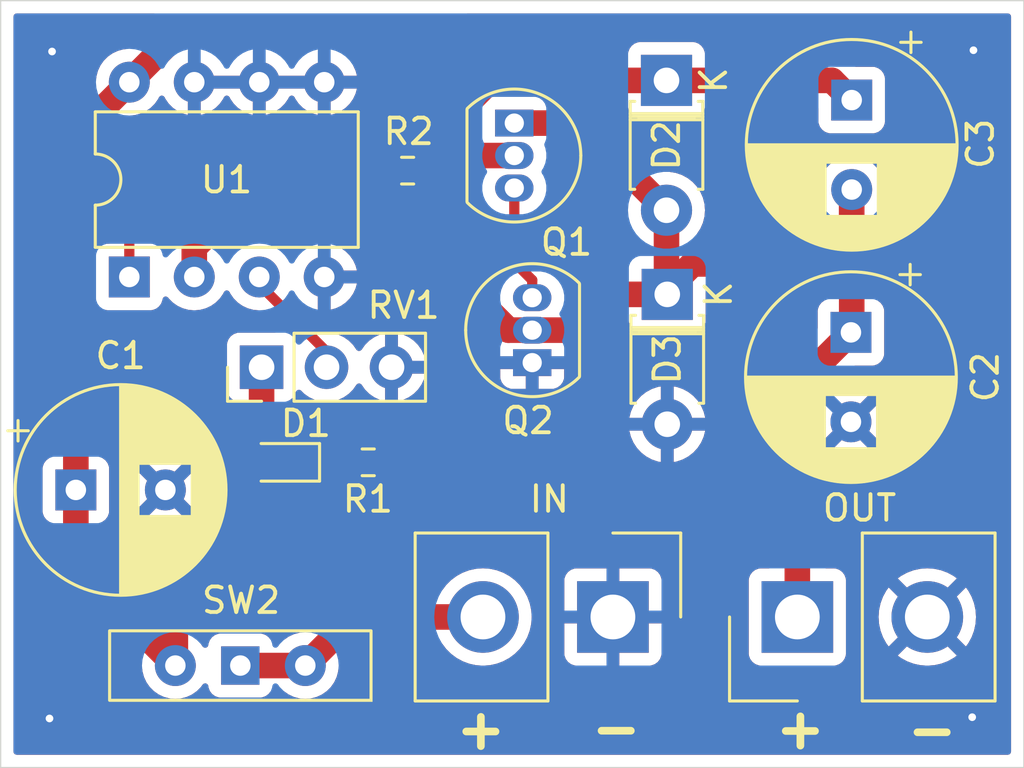
<source format=kicad_pcb>
(kicad_pcb (version 20240108) (generator "pcbnew") (generator_version "8.0")
  (layers (0 "F.Cu" signal) (31 "B.Cu" signal) (34 "B.Paste" user) (35 "F.Paste" user) (36 "B.SilkS" user "B.Silkscreen") (37 "F.SilkS" user "F.Silkscreen") (38 "B.Mask" user) (39 "F.Mask" user) (44 "Edge.Cuts" user))
  (net 0 "")
  (net 1 "Net-(D2-A)")
  (net 2 "GND")
  (net 3 "VBUS")
  (net 4 "Net-(D1-K)")
  (net 5 "Net-(J1-Pin_2)")
  (net 6 "Net-(Q1-B)")
  (net 7 "Net-(R4-Pad1)")
  (net 8 "Net-(U1A-+)")
  (footprint "Connector_PinHeader_2.54mm:PinHeader_1x03_P2.54mm_Vertical" (layer "F.Cu") (at 160.2 124.34 90)
    (property "Reference" "RV1" (at 2.42 5.55 180) (layer "F.SilkS"))
    (property "Value" "100k" (hide yes))
    (pad "1" thru_hole rect (at 0 0 90) (size 1.7 1.7) (drill 1) (layers "*.Cu" "*.Mask") (net 3 "VBUS"))
    (pad "2" thru_hole oval (at 0 2.54 90) (size 1.7 1.7) (drill 1) (layers "*.Cu" "*.Mask") (net 8 "Net-(U1A-+)"))
    (pad "3" thru_hole oval (at 0 5.08 90) (size 1.7 1.7) (drill 1) (layers "*.Cu" "*.Mask") (net 2 "GND"))
  )
  (footprint "Capacitor_THT:CP_Radial_D8.0mm_P3.50mm" (layer "F.Cu") (at 183.24 122.977349 -90)
    (property "Reference" "C2" (at 1.75 -5.25 90) (layer "F.SilkS"))
    (property "Value" "100u" (hide yes))
    (pad "1" thru_hole rect (at 0 0 270) (size 1.6 1.6) (drill 0.8) (layers "*.Cu" "*.Mask") (net 1 "Net-(D2-A)"))
    (pad "2" thru_hole circle (at 3.5 0 270) (size 1.6 1.6) (drill 0.8) (layers "*.Cu" "*.Mask") (net 2 "GND"))
  )
  (footprint "Connector_Samtec_HPM_THT:Samtec_HPM-02-05-x-S_Straight_1x02_Pitch5.08mm" (layer "F.Cu") (at 173.935 134.11 -90)
    (property "Reference" "IN" (at -4.61 2.485 0) (layer "F.SilkS"))
    (property "Value" "Screw_Terminal_01x02" (hide yes))
    (pad "1" thru_hole rect (at 0 0 270) (size 2.8 2.8) (drill 1.75) (layers "*.Cu" "*.Mask") (net 2 "GND"))
    (pad "2" thru_hole circle (at 0 5.08 270) (size 2.8 2.8) (drill 1.75) (layers "*.Cu" "*.Mask") (net 5 "Net-(J1-Pin_2)"))
  )
  (footprint "Package_TO_SOT_THT:TO-92_Inline" (layer "F.Cu") (at 170.08 114.79 -90)
    (property "Reference" "Q1" (at 4.66 -2.04 180) (layer "F.SilkS"))
    (property "Value" "2SC1815" (hide yes))
    (pad "1" thru_hole rect (at 0 0 270) (size 1.05 1.5) (drill 0.75) (layers "*.Cu" "*.Mask") (net 1 "Net-(D2-A)"))
    (pad "2" thru_hole oval (at 1.27 0 270) (size 1.05 1.5) (drill 0.75) (layers "*.Cu" "*.Mask") (net 3 "VBUS"))
    (pad "3" thru_hole oval (at 2.54 0 270) (size 1.05 1.5) (drill 0.75) (layers "*.Cu" "*.Mask") (net 6 "Net-(Q1-B)"))
  )
  (footprint "Diode_SMD:D_0603_1608Metric" (layer "F.Cu") (at 160.9825 128.06 180)
    (property "Reference" "D1" (at -0.9475 1.52 360) (layer "F.SilkS"))
    (property "Value" "LED" (hide yes))
    (pad "1" smd roundrect (at -0.7875 0 180) (size 0.875 0.95) (layers "F.Cu" "F.Paste" "F.Mask") (net 4 "Net-(D1-K)"))
    (pad "2" smd roundrect (at 0.7875 0 180) (size 0.875 0.95) (layers "F.Cu" "F.Paste" "F.Mask") (net 3 "VBUS"))
  )
  (footprint "Capacitor_THT:CP_Radial_D8.0mm_P3.50mm" (layer "F.Cu") (at 183.27 113.89 -90)
    (property "Reference" "C3" (at 1.71 -5.03 90) (layer "F.SilkS"))
    (property "Value" "100u" (hide yes))
    (pad "1" thru_hole rect (at 0 0 270) (size 1.6 1.6) (drill 0.8) (layers "*.Cu" "*.Mask") (net 3 "VBUS"))
    (pad "2" thru_hole circle (at 3.5 0 270) (size 1.6 1.6) (drill 0.8) (layers "*.Cu" "*.Mask") (net 1 "Net-(D2-A)"))
  )
  (footprint "Capacitor_THT:CP_Radial_D8.0mm_P3.50mm" (layer "F.Cu") (at 152.94 129.14)
    (property "Reference" "C1" (at 1.75 -5.25 0) (layer "F.SilkS"))
    (property "Value" "100u" (hide yes))
    (pad "1" thru_hole rect (at 0 0) (size 1.6 1.6) (drill 0.8) (layers "*.Cu" "*.Mask") (net 3 "VBUS"))
    (pad "2" thru_hole circle (at 3.5 0) (size 1.6 1.6) (drill 0.8) (layers "*.Cu" "*.Mask") (net 2 "GND"))
  )
  (footprint "Package_TO_SOT_THT:TO-92_Inline" (layer "F.Cu") (at 170.78 124.16 90)
    (property "Reference" "Q2" (at -2.27 -0.16 180) (layer "F.SilkS"))
    (property "Value" "2SA1015" (hide yes))
    (pad "1" thru_hole rect (at 0 0 90) (size 1.05 1.5) (drill 0.75) (layers "*.Cu" "*.Mask") (net 2 "GND"))
    (pad "2" thru_hole oval (at 1.27 0 90) (size 1.05 1.5) (drill 0.75) (layers "*.Cu" "*.Mask") (net 1 "Net-(D2-A)"))
    (pad "3" thru_hole oval (at 2.54 0 90) (size 1.05 1.5) (drill 0.75) (layers "*.Cu" "*.Mask") (net 6 "Net-(Q1-B)"))
  )
  (footprint "Diode_THT:D_T-1_P5.08mm_Horizontal" (layer "F.Cu") (at 176.06 121.49 -90)
    (property "Reference" "D3" (at 2.54 0 90) (layer "F.SilkS"))
    (property "Value" "1N60" (hide yes))
    (fp_text user "K" (at 0 -2 90) (layer "F.SilkS"))
    (pad "1" thru_hole rect (at 0 0 270) (size 2 2) (drill 1) (layers "*.Cu" "*.Mask") (net 1 "Net-(D2-A)"))
    (pad "2" thru_hole oval (at 5.08 0 270) (size 2 2) (drill 1) (layers "*.Cu" "*.Mask") (net 2 "GND"))
  )
  (footprint "Package_DIP:DIP-8_W7.62mm" (layer "F.Cu") (at 155.03 120.81 90)
    (property "Reference" "U1" (at 3.8 3.8 180) (layer "F.SilkS"))
    (property "Value" "LM358" (hide yes))
    (pad "1" thru_hole rect (at 0 0 90) (size 1.6 1.6) (drill 0.8) (layers "*.Cu" "*.Mask") (net 7 "Net-(R4-Pad1)"))
    (pad "2" thru_hole oval (at 0 2.54 90) (size 1.6 1.6) (drill 0.8) (layers "*.Cu" "*.Mask") (net 1 "Net-(D2-A)"))
    (pad "3" thru_hole oval (at 0 5.08 90) (size 1.6 1.6) (drill 0.8) (layers "*.Cu" "*.Mask") (net 8 "Net-(U1A-+)"))
    (pad "4" thru_hole oval (at 0 7.62 90) (size 1.6 1.6) (drill 0.8) (layers "*.Cu" "*.Mask") (net 2 "GND"))
    (pad "5" thru_hole oval (at 7.62 7.62 90) (size 1.6 1.6) (drill 0.8) (layers "*.Cu" "*.Mask") (net 2 "GND"))
    (pad "6" thru_hole oval (at 7.62 5.08 90) (size 1.6 1.6) (drill 0.8) (layers "*.Cu" "*.Mask") (net 2 "GND"))
    (pad "7" thru_hole oval (at 7.62 2.54 90) (size 1.6 1.6) (drill 0.8) (layers "*.Cu" "*.Mask") (net 2 "GND"))
    (pad "8" thru_hole oval (at 7.62 0 90) (size 1.6 1.6) (drill 0.8) (layers "*.Cu" "*.Mask") (net 3 "VBUS"))
  )
  (footprint "Diode_THT:D_T-1_P5.08mm_Horizontal" (layer "F.Cu") (at 176.03 113.12 -90)
    (property "Reference" "D2" (at 2.54 0 90) (layer "F.SilkS"))
    (property "Value" "1N60" (hide yes))
    (fp_text user "K" (at 0 -1.84 90) (layer "F.SilkS"))
    (pad "1" thru_hole rect (at 0 0 270) (size 2 2) (drill 1) (layers "*.Cu" "*.Mask") (net 3 "VBUS"))
    (pad "2" thru_hole oval (at 5.08 0 270) (size 2 2) (drill 1) (layers "*.Cu" "*.Mask") (net 1 "Net-(D2-A)"))
  )
  (footprint "Resistor_SMD:R_0603_1608Metric" (layer "F.Cu") (at 164.37 128.06)
    (property "Reference" "R1" (at -0.015 1.44 0) (layer "F.SilkS"))
    (property "Value" "100k" (hide yes))
    (pad "1" smd roundrect (at -0.825 0) (size 0.8 0.95) (layers "F.Cu" "F.Paste" "F.Mask") (net 4 "Net-(D1-K)"))
    (pad "2" smd roundrect (at 0.825 0) (size 0.8 0.95) (layers "F.Cu" "F.Paste" "F.Mask") (net 2 "GND"))
  )
  (footprint "Connector_Samtec_HPM_THT:Samtec_HPM-02-05-x-S_Straight_1x02_Pitch5.08mm" (layer "F.Cu") (at 181.145 134.11 90)
    (property "Reference" "OUT" (at 4.26 2.43 360) (layer "F.SilkS"))
    (property "Value" "Screw_Terminal_01x02" (hide yes))
    (pad "1" thru_hole rect (at 0 0 90) (size 2.8 2.8) (drill 1.75) (layers "*.Cu" "*.Mask") (net 1 "Net-(D2-A)"))
    (pad "2" thru_hole circle (at 0 5.08 90) (size 2.8 2.8) (drill 1.75) (layers "*.Cu" "*.Mask") (net 2 "GND"))
  )
  (footprint "Button_Switch_THT:SW_Slide-03_Wuerth-WS-SLTV_10x2.5x6.4_P2.54mm" (layer "F.Cu") (at 159.37 136.01 180)
    (property "Reference" "SW2" (at -0.03 2.55 360) (layer "F.SilkS"))
    (property "Value" "SW_Wuerth_450301014042" (hide yes))
    (pad "1" thru_hole rect (at 0 0 180) (size 1.5 1.5) (drill 0.8) (layers "*.Cu" "*.Mask") (net 5 "Net-(J1-Pin_2)"))
    (pad "2" thru_hole circle (at -2.54 0 180) (size 1.6 1.6) (drill 0.8) (layers "*.Cu" "*.Mask") (net 5 "Net-(J1-Pin_2)"))
    (pad "3" thru_hole circle (at 2.54 0 180) (size 1.6 1.6) (drill 0.8) (layers "*.Cu" "*.Mask") (net 3 "VBUS"))
  )
  (footprint "Resistor_SMD:R_0603_1608Metric" (layer "F.Cu") (at 165.91 116.65)
    (property "Reference" "R2" (at 0.04 -1.53 0) (layer "F.SilkS"))
    (property "Value" "220" (hide yes))
    (pad "1" smd roundrect (at -0.825 0) (size 0.8 0.95) (layers "F.Cu" "F.Paste" "F.Mask") (net 7 "Net-(R4-Pad1)"))
    (pad "2" smd roundrect (at 0.825 0) (size 0.8 0.95) (layers "F.Cu" "F.Paste" "F.Mask") (net 6 "Net-(Q1-B)"))
  )
  (gr_rect (start 150 110) (end 190 140) (stroke (width 0.05)) (fill none) (layer "Edge.Cuts"))
  (gr_text "+" (at 182.39 139.34 0) (layer "F.SilkS") (effects (font (size 1.5 1.5) (thickness 0.3) (bold yes)) (justify left bottom mirror)))
  (gr_text "+" (at 169.9 139.36 0) (layer "F.SilkS") (effects (font (size 1.5 1.5) (thickness 0.3) (bold yes)) (justify left bottom mirror)))
  (gr_text "-" (at 175.19 139.33 0) (layer "F.SilkS") (effects (font (size 1.5 1.5) (thickness 0.3) (bold yes)) (justify left bottom mirror)))
  (gr_text "-" (at 187.54 139.39 0) (layer "F.SilkS") (effects (font (size 1.5 1.5) (thickness 0.3) (bold yes)) (justify left bottom mirror)))
  (segment (start 173.93 121.49) (end 176.06 121.49) (width 1) (layer "F.Cu") (net 1))
  (segment (start 183.27 117.39) (end 183.27 122.947349) (width 1) (layer "F.Cu") (net 1))
  (segment (start 183.27 122.947349) (end 183.24 122.977349) (width 1) (layer "F.Cu") (net 1))
  (segment (start 183.27 117.39) (end 183.27 118.75) (width 1) (layer "F.Cu") (net 1))
  (segment (start 177.05 120.3) (end 176.06 121.29) (width 1) (layer "F.Cu") (net 1))
  (segment (start 169.85 122.89) (end 170.78 122.89) (width 1) (layer "F.Cu") (net 1))
  (segment (start 183.27 118.75) (end 181.72 120.3) (width 1) (layer "F.Cu") (net 1))
  (segment (start 176.06 121.29) (end 176.06 121.49) (width 1) (layer "F.Cu") (net 1))
  (segment (start 172.62 114.79) (end 176.03 118.2) (width 1) (layer "F.Cu") (net 1))
  (segment (start 158.72 118.51) (end 165.47 118.51) (width 1) (layer "F.Cu") (net 1))
  (segment (start 183.24 122.977349) (end 181.145 125.072349) (width 1) (layer "F.Cu") (net 1))
  (segment (start 165.47 118.51) (end 169.85 122.89) (width 1) (layer "F.Cu") (net 1))
  (segment (start 170.08 114.79) (end 172.62 114.79) (width 1) (layer "F.Cu") (net 1))
  (segment (start 157.57 120.81) (end 157.57 119.66) (width 1) (layer "F.Cu") (net 1))
  (segment (start 157.57 119.66) (end 158.72 118.51) (width 1) (layer "F.Cu") (net 1))
  (segment (start 176.03 118.2) (end 176.03 121.46) (width 1) (layer "F.Cu") (net 1))
  (segment (start 181.145 125.072349) (end 181.145 134.11) (width 1) (layer "F.Cu") (net 1))
  (segment (start 170.78 122.89) (end 172.53 122.89) (width 1) (layer "F.Cu") (net 1))
  (segment (start 176.03 121.46) (end 176.06 121.49) (width 1) (layer "F.Cu") (net 1))
  (segment (start 181.72 120.3) (end 177.05 120.3) (width 1) (layer "F.Cu") (net 1))
  (segment (start 172.53 122.89) (end 173.93 121.49) (width 1) (layer "F.Cu") (net 1))
  (via (at 152.01 111.99) (size 0.6) (drill 0.3) (layers "F.Cu" "B.Cu") (net 2))
  (via (at 151.91 138.08) (size 0.6) (drill 0.3) (layers "F.Cu" "B.Cu") (net 2))
  (via (at 188.03 111.94) (size 0.6) (drill 0.3) (layers "F.Cu" "B.Cu") (net 2))
  (via (at 187.98 138.03) (size 0.6) (drill 0.3) (layers "F.Cu" "B.Cu") (net 2))
  (segment (start 170.08 116.06) (end 168.675 116.06) (width 1) (layer "F.Cu") (net 3))
  (segment (start 160.2 128.065) (end 160.2 130.26) (width 1) (layer "F.Cu") (net 3))
  (segment (start 155.03 113.19) (end 156.86 111.36) (width 1) (layer "F.Cu") (net 3))
  (segment (start 152.94 129.14) (end 152.94 132.12) (width 1) (layer "F.Cu") (net 3))
  (segment (start 176.03 113.12) (end 182.5 113.12) (width 1) (layer "F.Cu") (net 3))
  (segment (start 160.195 128.06) (end 160.2 128.065) (width 1) (layer "F.Cu") (net 3))
  (segment (start 168.675 116.06) (end 168.04 115.425) (width 1) (layer "F.Cu") (net 3))
  (segment (start 182.5 113.12) (end 183.27 113.89) (width 1) (layer "F.Cu") (net 3))
  (segment (start 160.2 128.055) (end 160.195 128.06) (width 1) (layer "F.Cu") (net 3))
  (segment (start 152.94 132.12) (end 156.83 136.01) (width 1) (layer "F.Cu") (net 3))
  (segment (start 152.94 115.28) (end 155.03 113.19) (width 1) (layer "F.Cu") (net 3))
  (segment (start 160.2 130.26) (end 156.83 133.63) (width 1) (layer "F.Cu") (net 3))
  (segment (start 156.83 133.63) (end 156.83 136.01) (width 1) (layer "F.Cu") (net 3))
  (segment (start 167.39 111.36) (end 169.15 113.12) (width 1) (layer "F.Cu") (net 3))
  (segment (start 152.94 129.14) (end 152.94 115.28) (width 1) (layer "F.Cu") (net 3))
  (segment (start 168.04 114.23) (end 169.15 113.12) (width 1) (layer "F.Cu") (net 3))
  (segment (start 168.04 115.425) (end 168.04 114.23) (width 1) (layer "F.Cu") (net 3))
  (segment (start 156.86 111.36) (end 167.39 111.36) (width 1) (layer "F.Cu") (net 3))
  (segment (start 160.2 124.34) (end 160.2 128.055) (width 1) (layer "F.Cu") (net 3))
  (segment (start 169.15 113.12) (end 176.03 113.12) (width 1) (layer "F.Cu") (net 3))
  (segment (start 163.545 128.06) (end 161.77 128.06) (width 0.4) (layer "F.Cu") (net 4))
  (segment (start 163.81 134.11) (end 161.91 136.01) (width 1) (layer "F.Cu") (net 5))
  (segment (start 168.855 134.11) (end 163.81 134.11) (width 1) (layer "F.Cu") (net 5))
  (segment (start 159.37 136.01) (end 161.91 136.01) (width 1) (layer "F.Cu") (net 5))
  (segment (start 170.08 120.23) (end 170.08 117.33) (width 0.4) (layer "F.Cu") (net 6))
  (segment (start 170.78 121.62) (end 170.78 120.93) (width 0.4) (layer "F.Cu") (net 6))
  (segment (start 170.78 120.93) (end 170.08 120.23) (width 0.4) (layer "F.Cu") (net 6))
  (segment (start 166.735 116.885) (end 170.08 120.23) (width 0.4) (layer "F.Cu") (net 6))
  (segment (start 166.735 116.65) (end 166.735 116.885) (width 0.4) (layer "F.Cu") (net 6))
  (segment (start 155.03 119.28) (end 155.03 120.81) (width 0.4) (layer "F.Cu") (net 7))
  (segment (start 165.085 116.65) (end 157.66 116.65) (width 0.4) (layer "F.Cu") (net 7))
  (segment (start 157.66 116.65) (end 155.03 119.28) (width 0.4) (layer "F.Cu") (net 7))
  (segment (start 162.74 124.34) (end 162.74 123.73) (width 0.4) (layer "F.Cu") (net 8))
  (segment (start 160.11 121.1) (end 160.11 120.81) (width 0.4) (layer "F.Cu") (net 8))
  (segment (start 162.74 123.73) (end 160.11 121.1) (width 0.4) (layer "F.Cu") (net 8))
  (zone (net 2) (net_name "GND") (layers "F&B.Cu") (connect_pads (clearance 0.5)) (min_thickness 0.25) (fill yes (thermal_gap 0.5) (thermal_bridge_width 0.5))
    (polygon (pts (xy 190 140) (xy 150 140) (xy 150 110.01) (xy 190 110)))
  )
)
</source>
